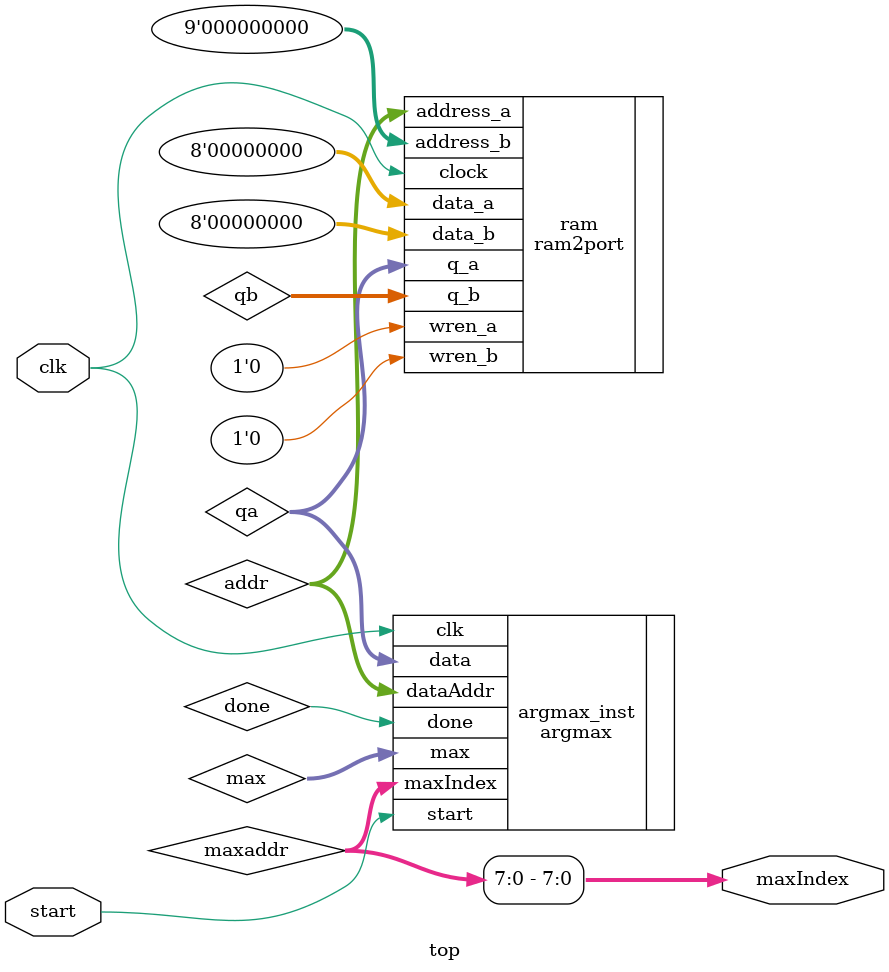
<source format=sv>
module top(input logic clk,
			  input logic start,
			  output logic[7:0] maxIndex);

logic[8:0] addr, maxaddr;
logic[7:0] qa, qb;
logic[7:0] max;
logic done;

ram2port ram (
	.address_a(addr),
	.address_b(9'b0),
	.clock(clk),
	.data_a(8'b0),
	.data_b(8'b0),
	.wren_a(1'b0),
	.wren_b(1'b0),
	.q_a(qa),
	.q_b(qb));

argmax #(8,9) argmax_inst(
	.clk(clk), 
	.start(start),
	.dataAddr(addr),
	.data(qa),
	.max(max),
	.maxIndex(maxaddr),
	.done(done)
	);

assign maxIndex = maxaddr[7:0];	

endmodule

</source>
